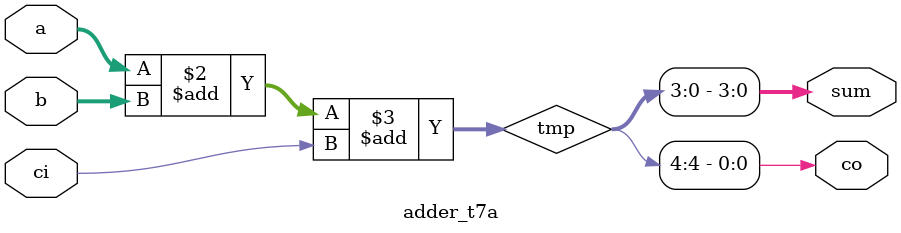
<source format=sv>
module adder_t7a (co, sum, a, b, ci);
output co;
output [3:0] sum;
input [3:0] a, b;
input ci;
reg co;
reg [3:0] sum;
reg [4:0] tmp;
  
// The adder_t7a example , places the delay on the first blocking assignment and no // delay on the second assignment. This will have the same flawed
// behavior as the adder_t1 example.
  
always @(a or b or ci) begin
#12 tmp = a + b + ci;
 {co, sum} = tmp;
end
endmodule

// The adder_t7b example,places the delay on the second blocking assignment and
// no delay on the first. This model will sample the inputs on the first input 
// change and assign the outputs to a temporary location until after completion
// of the specified blocking delay. Then the outputs will be written with the
// old temporary output values that are no longer valid.Other input changes within the 12ns delay period will not be evaluated, which means old erroneous values will remain on the outputs until more input changes occur.




// module adder_t7b (co, sum, a, b, ci);
// output co;
// output [3:0] sum;
// input [3:0] a, b;
// input ci;
// reg co;
// reg [3:0] sum;
// reg [4:0] tmp;
// always @(a or b or ci) begin
// tmp = a + b + ci;
// #12 {co, sum} = tmp;
// end
// endmodule

</source>
